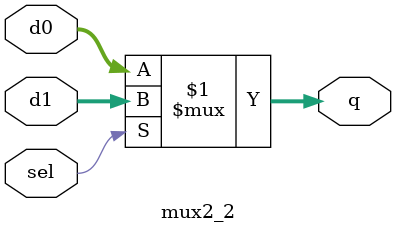
<source format=v>
module mux2_2 #(
    parameter bits = 16
) (
    input sel,
    input [bits-1:0] d0, d1,
    output [bits-1:0] q
);
    assign q = sel ? d1 : d0;
endmodule
</source>
